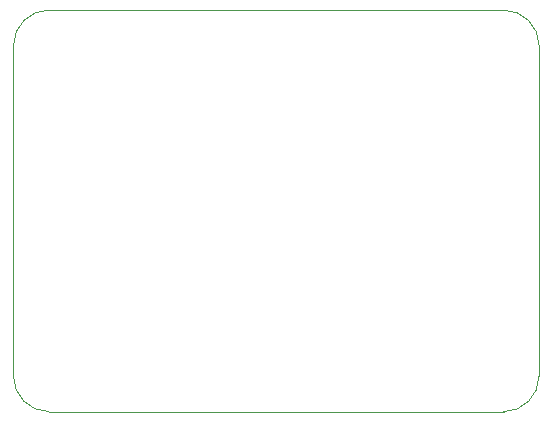
<source format=gbr>
%TF.GenerationSoftware,KiCad,Pcbnew,5.1.6*%
%TF.CreationDate,2020-09-21T04:05:30+02:00*%
%TF.ProjectId,AL8853_Led_driver,414c3838-3533-45f4-9c65-645f64726976,rev?*%
%TF.SameCoordinates,Original*%
%TF.FileFunction,Profile,NP*%
%FSLAX46Y46*%
G04 Gerber Fmt 4.6, Leading zero omitted, Abs format (unit mm)*
G04 Created by KiCad (PCBNEW 5.1.6) date 2020-09-21 04:05:30*
%MOMM*%
%LPD*%
G01*
G04 APERTURE LIST*
%TA.AperFunction,Profile*%
%ADD10C,0.050000*%
%TD*%
G04 APERTURE END LIST*
D10*
X74000000Y-100500000D02*
X112500000Y-100500000D01*
X71000000Y-131500000D02*
X71000000Y-103500000D01*
X112500000Y-134500000D02*
X74000000Y-134500000D01*
X115500000Y-103500000D02*
X115500000Y-131500000D01*
X71000000Y-103500000D02*
G75*
G02*
X74000000Y-100500000I3000000J0D01*
G01*
X74000000Y-134500000D02*
G75*
G02*
X71000000Y-131500000I0J3000000D01*
G01*
X115500000Y-131500000D02*
G75*
G02*
X112500000Y-134500000I-3000000J0D01*
G01*
X112500000Y-100500000D02*
G75*
G02*
X115500000Y-103500000I0J-3000000D01*
G01*
M02*

</source>
